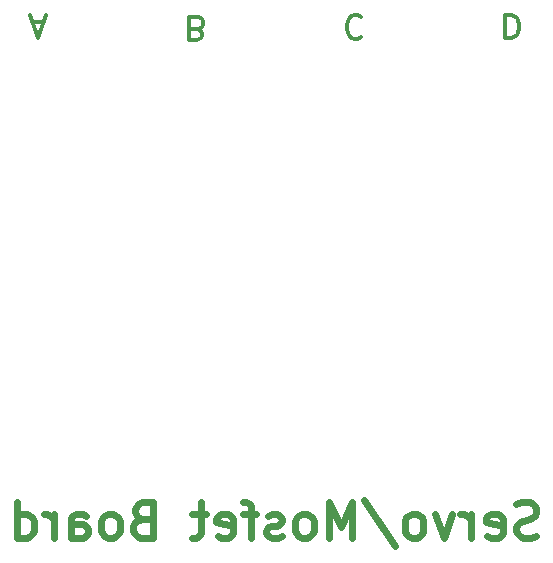
<source format=gbr>
%TF.GenerationSoftware,KiCad,Pcbnew,(6.0.5)*%
%TF.CreationDate,2022-06-24T16:36:08-05:00*%
%TF.ProjectId,Big Kahuna Board,42696720-4b61-4687-956e-6120426f6172,rev?*%
%TF.SameCoordinates,Original*%
%TF.FileFunction,Legend,Bot*%
%TF.FilePolarity,Positive*%
%FSLAX46Y46*%
G04 Gerber Fmt 4.6, Leading zero omitted, Abs format (unit mm)*
G04 Created by KiCad (PCBNEW (6.0.5)) date 2022-06-24 16:36:08*
%MOMM*%
%LPD*%
G01*
G04 APERTURE LIST*
%ADD10C,0.300000*%
%ADD11C,0.600000*%
G04 APERTURE END LIST*
D10*
X136109047Y-80415714D02*
X136013809Y-80320476D01*
X135728095Y-80225238D01*
X135537619Y-80225238D01*
X135251904Y-80320476D01*
X135061428Y-80510952D01*
X134966190Y-80701428D01*
X134870952Y-81082380D01*
X134870952Y-81368095D01*
X134966190Y-81749047D01*
X135061428Y-81939523D01*
X135251904Y-82130000D01*
X135537619Y-82225238D01*
X135728095Y-82225238D01*
X136013809Y-82130000D01*
X136109047Y-82034761D01*
X108263809Y-80766666D02*
X109216190Y-80766666D01*
X108073333Y-80195238D02*
X108740000Y-82195238D01*
X109406666Y-80195238D01*
X148286190Y-80195238D02*
X148286190Y-82195238D01*
X148762380Y-82195238D01*
X149048095Y-82100000D01*
X149238571Y-81909523D01*
X149333809Y-81719047D01*
X149429047Y-81338095D01*
X149429047Y-81052380D01*
X149333809Y-80671428D01*
X149238571Y-80480952D01*
X149048095Y-80290476D01*
X148762380Y-80195238D01*
X148286190Y-80195238D01*
X122202857Y-81402857D02*
X122488571Y-81307619D01*
X122583809Y-81212380D01*
X122679047Y-81021904D01*
X122679047Y-80736190D01*
X122583809Y-80545714D01*
X122488571Y-80450476D01*
X122298095Y-80355238D01*
X121536190Y-80355238D01*
X121536190Y-82355238D01*
X122202857Y-82355238D01*
X122393333Y-82260000D01*
X122488571Y-82164761D01*
X122583809Y-81974285D01*
X122583809Y-81783809D01*
X122488571Y-81593333D01*
X122393333Y-81498095D01*
X122202857Y-81402857D01*
X121536190Y-81402857D01*
D11*
X150921428Y-124314285D02*
X150492857Y-124457142D01*
X149778571Y-124457142D01*
X149492857Y-124314285D01*
X149350000Y-124171428D01*
X149207142Y-123885714D01*
X149207142Y-123600000D01*
X149350000Y-123314285D01*
X149492857Y-123171428D01*
X149778571Y-123028571D01*
X150350000Y-122885714D01*
X150635714Y-122742857D01*
X150778571Y-122600000D01*
X150921428Y-122314285D01*
X150921428Y-122028571D01*
X150778571Y-121742857D01*
X150635714Y-121600000D01*
X150350000Y-121457142D01*
X149635714Y-121457142D01*
X149207142Y-121600000D01*
X146778571Y-124314285D02*
X147064285Y-124457142D01*
X147635714Y-124457142D01*
X147921428Y-124314285D01*
X148064285Y-124028571D01*
X148064285Y-122885714D01*
X147921428Y-122600000D01*
X147635714Y-122457142D01*
X147064285Y-122457142D01*
X146778571Y-122600000D01*
X146635714Y-122885714D01*
X146635714Y-123171428D01*
X148064285Y-123457142D01*
X145350000Y-124457142D02*
X145350000Y-122457142D01*
X145350000Y-123028571D02*
X145207142Y-122742857D01*
X145064285Y-122600000D01*
X144778571Y-122457142D01*
X144492857Y-122457142D01*
X143778571Y-122457142D02*
X143064285Y-124457142D01*
X142350000Y-122457142D01*
X140778571Y-124457142D02*
X141064285Y-124314285D01*
X141207142Y-124171428D01*
X141350000Y-123885714D01*
X141350000Y-123028571D01*
X141207142Y-122742857D01*
X141064285Y-122600000D01*
X140778571Y-122457142D01*
X140350000Y-122457142D01*
X140064285Y-122600000D01*
X139921428Y-122742857D01*
X139778571Y-123028571D01*
X139778571Y-123885714D01*
X139921428Y-124171428D01*
X140064285Y-124314285D01*
X140350000Y-124457142D01*
X140778571Y-124457142D01*
X136350000Y-121314285D02*
X138921428Y-125171428D01*
X135350000Y-124457142D02*
X135350000Y-121457142D01*
X134350000Y-123600000D01*
X133350000Y-121457142D01*
X133350000Y-124457142D01*
X131492857Y-124457142D02*
X131778571Y-124314285D01*
X131921428Y-124171428D01*
X132064285Y-123885714D01*
X132064285Y-123028571D01*
X131921428Y-122742857D01*
X131778571Y-122600000D01*
X131492857Y-122457142D01*
X131064285Y-122457142D01*
X130778571Y-122600000D01*
X130635714Y-122742857D01*
X130492857Y-123028571D01*
X130492857Y-123885714D01*
X130635714Y-124171428D01*
X130778571Y-124314285D01*
X131064285Y-124457142D01*
X131492857Y-124457142D01*
X129350000Y-124314285D02*
X129064285Y-124457142D01*
X128492857Y-124457142D01*
X128207142Y-124314285D01*
X128064285Y-124028571D01*
X128064285Y-123885714D01*
X128207142Y-123600000D01*
X128492857Y-123457142D01*
X128921428Y-123457142D01*
X129207142Y-123314285D01*
X129350000Y-123028571D01*
X129350000Y-122885714D01*
X129207142Y-122600000D01*
X128921428Y-122457142D01*
X128492857Y-122457142D01*
X128207142Y-122600000D01*
X127207142Y-122457142D02*
X126064285Y-122457142D01*
X126778571Y-124457142D02*
X126778571Y-121885714D01*
X126635714Y-121600000D01*
X126350000Y-121457142D01*
X126064285Y-121457142D01*
X123921428Y-124314285D02*
X124207142Y-124457142D01*
X124778571Y-124457142D01*
X125064285Y-124314285D01*
X125207142Y-124028571D01*
X125207142Y-122885714D01*
X125064285Y-122600000D01*
X124778571Y-122457142D01*
X124207142Y-122457142D01*
X123921428Y-122600000D01*
X123778571Y-122885714D01*
X123778571Y-123171428D01*
X125207142Y-123457142D01*
X122921428Y-122457142D02*
X121778571Y-122457142D01*
X122492857Y-121457142D02*
X122492857Y-124028571D01*
X122350000Y-124314285D01*
X122064285Y-124457142D01*
X121778571Y-124457142D01*
X117492857Y-122885714D02*
X117064285Y-123028571D01*
X116921428Y-123171428D01*
X116778571Y-123457142D01*
X116778571Y-123885714D01*
X116921428Y-124171428D01*
X117064285Y-124314285D01*
X117350000Y-124457142D01*
X118492857Y-124457142D01*
X118492857Y-121457142D01*
X117492857Y-121457142D01*
X117207142Y-121600000D01*
X117064285Y-121742857D01*
X116921428Y-122028571D01*
X116921428Y-122314285D01*
X117064285Y-122600000D01*
X117207142Y-122742857D01*
X117492857Y-122885714D01*
X118492857Y-122885714D01*
X115064285Y-124457142D02*
X115350000Y-124314285D01*
X115492857Y-124171428D01*
X115635714Y-123885714D01*
X115635714Y-123028571D01*
X115492857Y-122742857D01*
X115350000Y-122600000D01*
X115064285Y-122457142D01*
X114635714Y-122457142D01*
X114350000Y-122600000D01*
X114207142Y-122742857D01*
X114064285Y-123028571D01*
X114064285Y-123885714D01*
X114207142Y-124171428D01*
X114350000Y-124314285D01*
X114635714Y-124457142D01*
X115064285Y-124457142D01*
X111492857Y-124457142D02*
X111492857Y-122885714D01*
X111635714Y-122600000D01*
X111921428Y-122457142D01*
X112492857Y-122457142D01*
X112778571Y-122600000D01*
X111492857Y-124314285D02*
X111778571Y-124457142D01*
X112492857Y-124457142D01*
X112778571Y-124314285D01*
X112921428Y-124028571D01*
X112921428Y-123742857D01*
X112778571Y-123457142D01*
X112492857Y-123314285D01*
X111778571Y-123314285D01*
X111492857Y-123171428D01*
X110064285Y-124457142D02*
X110064285Y-122457142D01*
X110064285Y-123028571D02*
X109921428Y-122742857D01*
X109778571Y-122600000D01*
X109492857Y-122457142D01*
X109207142Y-122457142D01*
X106921428Y-124457142D02*
X106921428Y-121457142D01*
X106921428Y-124314285D02*
X107207142Y-124457142D01*
X107778571Y-124457142D01*
X108064285Y-124314285D01*
X108207142Y-124171428D01*
X108350000Y-123885714D01*
X108350000Y-123028571D01*
X108207142Y-122742857D01*
X108064285Y-122600000D01*
X107778571Y-122457142D01*
X107207142Y-122457142D01*
X106921428Y-122600000D01*
M02*

</source>
